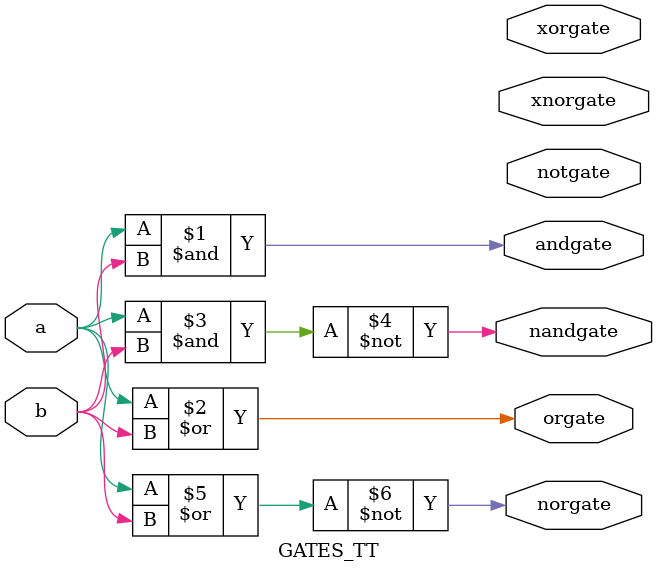
<source format=v>
module GATES_TT(a,b,andgate,orgate,notgate,nandgate,norgate,xorgate,xnorgate);
input a,b;
output andgate,orgate,notgate,nandgate,norgate,xorgate,xnorgate;
and(andgate,a,b);
or(orgate,a,b);
// type code for NOT Gate
nand(nandgate,a,b);
nor(norgate,a,b);
// type code for XOR Gate
// type code for XNOR Gate
endmodule

</source>
